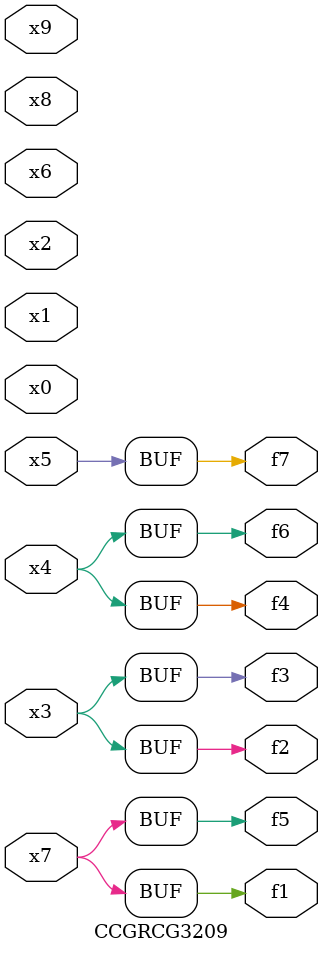
<source format=v>
module CCGRCG3209(
	input x0, x1, x2, x3, x4, x5, x6, x7, x8, x9,
	output f1, f2, f3, f4, f5, f6, f7
);
	assign f1 = x7;
	assign f2 = x3;
	assign f3 = x3;
	assign f4 = x4;
	assign f5 = x7;
	assign f6 = x4;
	assign f7 = x5;
endmodule

</source>
